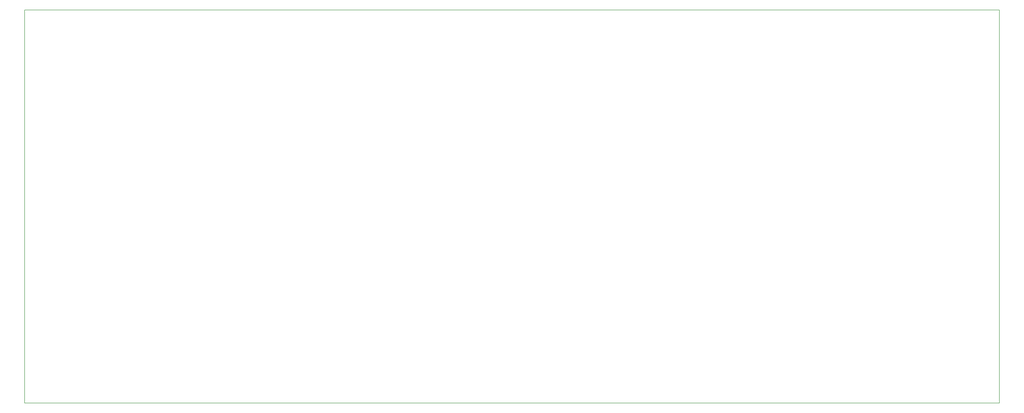
<source format=gm1>
G04 #@! TF.FileFunction,Profile,NP*
%FSLAX46Y46*%
G04 Gerber Fmt 4.6, Leading zero omitted, Abs format (unit mm)*
G04 Created by KiCad (PCBNEW 4.0.7) date 12/14/17 04:12:44*
%MOMM*%
%LPD*%
G01*
G04 APERTURE LIST*
%ADD10C,0.100000*%
%ADD11C,0.150000*%
G04 APERTURE END LIST*
D10*
D11*
X0Y-150000000D02*
X0Y0D01*
X372000000Y-150000000D02*
X0Y-150000000D01*
X372000000Y0D02*
X372000000Y-150000000D01*
X0Y0D02*
X372000000Y0D01*
M02*

</source>
